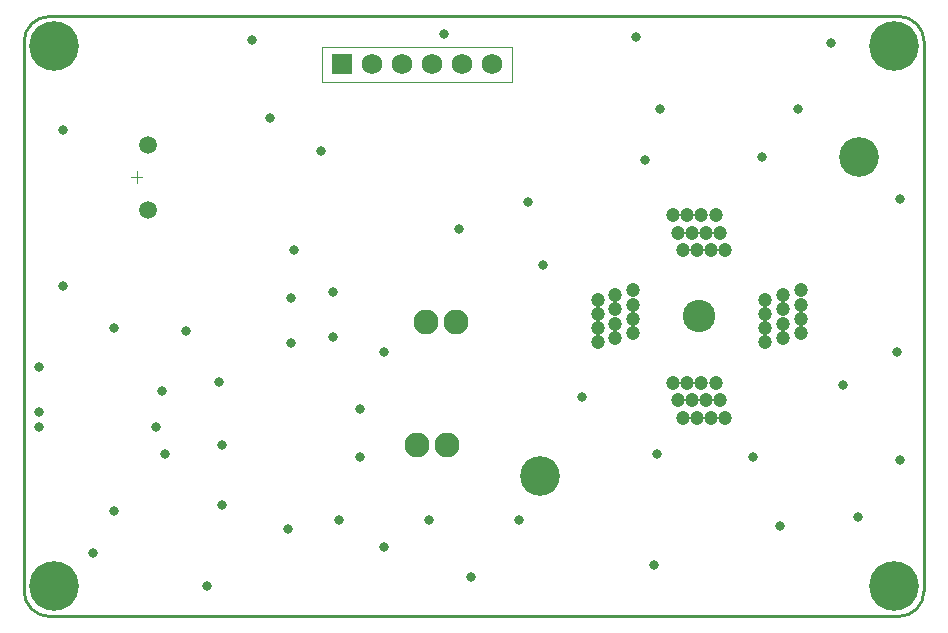
<source format=gbs>
G04*
G04 #@! TF.GenerationSoftware,Altium Limited,Altium Designer,21.3.2 (30)*
G04*
G04 Layer_Color=16711935*
%FSLAX44Y44*%
%MOMM*%
G71*
G04*
G04 #@! TF.SameCoordinates,9234EC1E-5B27-41C9-997F-A59CE03DEA51*
G04*
G04*
G04 #@! TF.FilePolarity,Negative*
G04*
G01*
G75*
%ADD10C,0.2540*%
%ADD15C,0.0500*%
%ADD33C,2.7531*%
%ADD34C,3.3533*%
%ADD35C,1.2032*%
%ADD36R,1.7532X1.7532*%
%ADD37C,1.7532*%
%ADD38C,1.5032*%
%ADD39C,2.1082*%
%ADD40C,4.2032*%
%ADD41C,0.8382*%
D10*
X275499Y762000D02*
G03*
X254000Y740501I0J-21499D01*
G01*
Y275499D02*
G03*
X275499Y254000I21499J0D01*
G01*
X1016000Y740501D02*
G03*
X994501Y762000I-21499J0D01*
G01*
Y254000D02*
G03*
X1016000Y275499I0J21499D01*
G01*
X275499Y762000D02*
X994501D01*
X275499Y254000D02*
X994501D01*
X254000Y275499D02*
Y740501D01*
X1016000Y275499D02*
Y740501D01*
D15*
X667090Y706410D02*
Y736310D01*
X506390Y706410D02*
X667090D01*
X506390D02*
Y736310D01*
X667090D01*
X344260Y625810D02*
X354260D01*
X349260Y620810D02*
Y630810D01*
D33*
X825500Y508000D02*
D03*
D34*
X960501Y642999D02*
D03*
X690501Y372999D02*
D03*
D35*
X803501Y593999D02*
D03*
X807502Y578998D02*
D03*
X811499Y563999D02*
D03*
X815500Y593999D02*
D03*
X819501Y578998D02*
D03*
X823501Y563999D02*
D03*
X827502Y593999D02*
D03*
X831499Y578998D02*
D03*
X835500Y563999D02*
D03*
X839501Y593999D02*
D03*
X843501Y578998D02*
D03*
X847502Y563999D02*
D03*
X911502Y529999D02*
D03*
X896501Y525998D02*
D03*
X881499Y521998D02*
D03*
X911502Y518000D02*
D03*
X896501Y513999D02*
D03*
X881499Y509999D02*
D03*
X911502Y505998D02*
D03*
X896501Y501998D02*
D03*
X881499Y498000D02*
D03*
X911502Y493999D02*
D03*
X896501Y489999D02*
D03*
X881499Y485998D02*
D03*
X847502Y421998D02*
D03*
X843501Y436999D02*
D03*
X839501Y451998D02*
D03*
X835500Y421998D02*
D03*
X831499Y436999D02*
D03*
X827502Y451998D02*
D03*
X823501Y421998D02*
D03*
X819501Y436999D02*
D03*
X815500Y451998D02*
D03*
X811499Y421998D02*
D03*
X807502Y436999D02*
D03*
X803501Y451998D02*
D03*
X739501Y485998D02*
D03*
X754499Y489999D02*
D03*
X769501Y493999D02*
D03*
X739501Y498000D02*
D03*
X754499Y501998D02*
D03*
X769501Y505998D02*
D03*
X739501Y509999D02*
D03*
X754499Y513999D02*
D03*
X769501Y518000D02*
D03*
X739501Y521998D02*
D03*
X754499Y525998D02*
D03*
X769501Y529999D02*
D03*
D36*
X523240Y721360D02*
D03*
D37*
X548640D02*
D03*
X574040D02*
D03*
X599440D02*
D03*
X624840D02*
D03*
X650240D02*
D03*
D38*
X359260Y653310D02*
D03*
Y598310D02*
D03*
D39*
X594360Y502920D02*
D03*
X619760D02*
D03*
X612140Y398780D02*
D03*
X586740D02*
D03*
D40*
X279400Y279400D02*
D03*
Y736600D02*
D03*
X990600D02*
D03*
Y279400D02*
D03*
D41*
X772160Y744220D02*
D03*
X937260Y739140D02*
D03*
X909320Y683260D02*
D03*
X792480D02*
D03*
X408940Y279400D02*
D03*
X312420Y307340D02*
D03*
X287020Y665480D02*
D03*
X462280Y675640D02*
D03*
X330200Y497840D02*
D03*
X287020Y533400D02*
D03*
X330200Y342900D02*
D03*
X373380Y391160D02*
D03*
X370840Y444500D02*
D03*
X391160Y495300D02*
D03*
X480060Y523240D02*
D03*
Y485140D02*
D03*
X419100Y452120D02*
D03*
X421640Y398780D02*
D03*
Y347980D02*
D03*
X538480Y388620D02*
D03*
X477520Y327660D02*
D03*
X558800Y312420D02*
D03*
X632460Y287020D02*
D03*
X787400Y297180D02*
D03*
X894080Y330200D02*
D03*
X960120Y337820D02*
D03*
X995680Y386080D02*
D03*
X993140Y477520D02*
D03*
X995680Y607060D02*
D03*
X947420Y449580D02*
D03*
X871220Y388620D02*
D03*
X789940Y391160D02*
D03*
X726440Y439420D02*
D03*
X693420Y551180D02*
D03*
X680720Y604520D02*
D03*
X609600Y746760D02*
D03*
X447040Y741680D02*
D03*
X505460Y647700D02*
D03*
X482600Y563880D02*
D03*
X622300Y581660D02*
D03*
X558800Y477520D02*
D03*
X538480Y429260D02*
D03*
X779780Y640080D02*
D03*
X878840Y642620D02*
D03*
X266700Y426720D02*
D03*
X520700Y335280D02*
D03*
X596900D02*
D03*
X673100D02*
D03*
X515620Y528320D02*
D03*
X266700Y464820D02*
D03*
Y414020D02*
D03*
X515620Y490220D02*
D03*
X365760Y414020D02*
D03*
M02*

</source>
